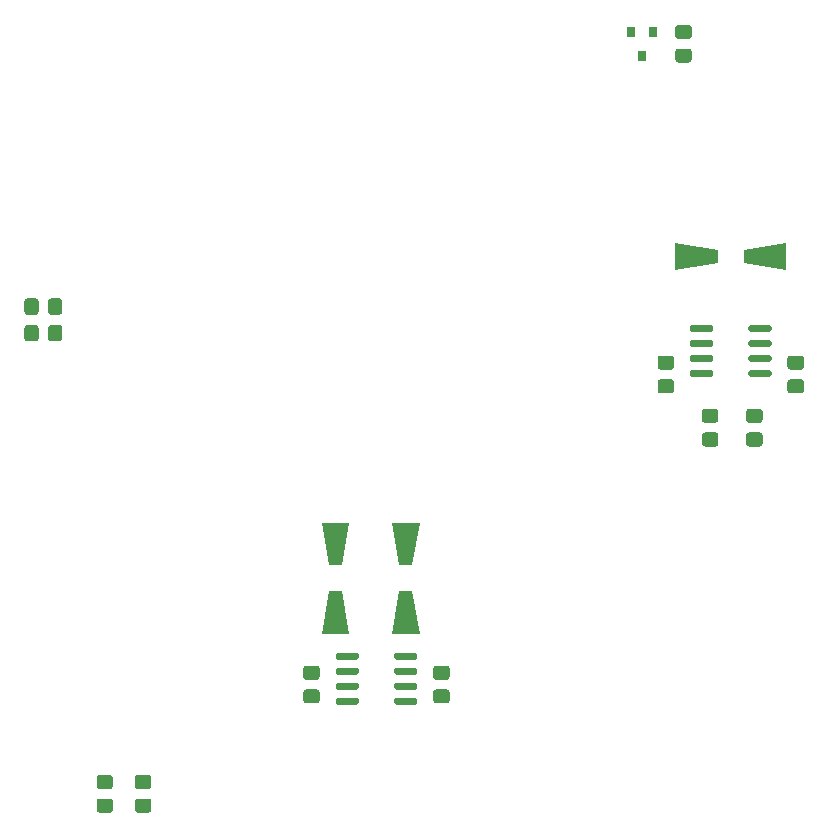
<source format=gtp>
G04 #@! TF.GenerationSoftware,KiCad,Pcbnew,(5.1.9)-1*
G04 #@! TF.CreationDate,2021-04-18T14:16:20+07:00*
G04 #@! TF.ProjectId,kicad-weight-scale-6-ch,6b696361-642d-4776-9569-6768742d7363,rev?*
G04 #@! TF.SameCoordinates,Original*
G04 #@! TF.FileFunction,Paste,Top*
G04 #@! TF.FilePolarity,Positive*
%FSLAX46Y46*%
G04 Gerber Fmt 4.6, Leading zero omitted, Abs format (unit mm)*
G04 Created by KiCad (PCBNEW (5.1.9)-1) date 2021-04-18 14:16:20*
%MOMM*%
%LPD*%
G01*
G04 APERTURE LIST*
%ADD10C,0.100000*%
%ADD11R,0.800000X0.900000*%
G04 APERTURE END LIST*
D10*
G36*
X140150000Y-122200000D02*
G01*
X137850000Y-122200000D01*
X138450000Y-118600000D01*
X139550000Y-118600000D01*
X140150000Y-122200000D01*
G37*
G36*
X137850000Y-112800000D02*
G01*
X140150000Y-112800000D01*
X139550000Y-116400000D01*
X138450000Y-116400000D01*
X137850000Y-112800000D01*
G37*
G36*
X134150000Y-122200000D02*
G01*
X131850000Y-122200000D01*
X132450000Y-118600000D01*
X133550000Y-118600000D01*
X134150000Y-122200000D01*
G37*
G36*
X131850000Y-112800000D02*
G01*
X134150000Y-112800000D01*
X133550000Y-116400000D01*
X132450000Y-116400000D01*
X131850000Y-112800000D01*
G37*
G36*
X171200000Y-89100000D02*
G01*
X171200000Y-91400000D01*
X167600000Y-90800000D01*
X167600000Y-89700000D01*
X171200000Y-89100000D01*
G37*
G36*
X161800000Y-91400000D02*
G01*
X161800000Y-89100000D01*
X165400000Y-89700000D01*
X165400000Y-90800000D01*
X161800000Y-91400000D01*
G37*
G36*
G01*
X165000000Y-100005000D02*
X165000000Y-100305000D01*
G75*
G02*
X164850000Y-100455000I-150000J0D01*
G01*
X163200000Y-100455000D01*
G75*
G02*
X163050000Y-100305000I0J150000D01*
G01*
X163050000Y-100005000D01*
G75*
G02*
X163200000Y-99855000I150000J0D01*
G01*
X164850000Y-99855000D01*
G75*
G02*
X165000000Y-100005000I0J-150000D01*
G01*
G37*
G36*
G01*
X165000000Y-98735000D02*
X165000000Y-99035000D01*
G75*
G02*
X164850000Y-99185000I-150000J0D01*
G01*
X163200000Y-99185000D01*
G75*
G02*
X163050000Y-99035000I0J150000D01*
G01*
X163050000Y-98735000D01*
G75*
G02*
X163200000Y-98585000I150000J0D01*
G01*
X164850000Y-98585000D01*
G75*
G02*
X165000000Y-98735000I0J-150000D01*
G01*
G37*
G36*
G01*
X165000000Y-97465000D02*
X165000000Y-97765000D01*
G75*
G02*
X164850000Y-97915000I-150000J0D01*
G01*
X163200000Y-97915000D01*
G75*
G02*
X163050000Y-97765000I0J150000D01*
G01*
X163050000Y-97465000D01*
G75*
G02*
X163200000Y-97315000I150000J0D01*
G01*
X164850000Y-97315000D01*
G75*
G02*
X165000000Y-97465000I0J-150000D01*
G01*
G37*
G36*
G01*
X165000000Y-96195000D02*
X165000000Y-96495000D01*
G75*
G02*
X164850000Y-96645000I-150000J0D01*
G01*
X163200000Y-96645000D01*
G75*
G02*
X163050000Y-96495000I0J150000D01*
G01*
X163050000Y-96195000D01*
G75*
G02*
X163200000Y-96045000I150000J0D01*
G01*
X164850000Y-96045000D01*
G75*
G02*
X165000000Y-96195000I0J-150000D01*
G01*
G37*
G36*
G01*
X169950000Y-96195000D02*
X169950000Y-96495000D01*
G75*
G02*
X169800000Y-96645000I-150000J0D01*
G01*
X168150000Y-96645000D01*
G75*
G02*
X168000000Y-96495000I0J150000D01*
G01*
X168000000Y-96195000D01*
G75*
G02*
X168150000Y-96045000I150000J0D01*
G01*
X169800000Y-96045000D01*
G75*
G02*
X169950000Y-96195000I0J-150000D01*
G01*
G37*
G36*
G01*
X169950000Y-97465000D02*
X169950000Y-97765000D01*
G75*
G02*
X169800000Y-97915000I-150000J0D01*
G01*
X168150000Y-97915000D01*
G75*
G02*
X168000000Y-97765000I0J150000D01*
G01*
X168000000Y-97465000D01*
G75*
G02*
X168150000Y-97315000I150000J0D01*
G01*
X169800000Y-97315000D01*
G75*
G02*
X169950000Y-97465000I0J-150000D01*
G01*
G37*
G36*
G01*
X169950000Y-98735000D02*
X169950000Y-99035000D01*
G75*
G02*
X169800000Y-99185000I-150000J0D01*
G01*
X168150000Y-99185000D01*
G75*
G02*
X168000000Y-99035000I0J150000D01*
G01*
X168000000Y-98735000D01*
G75*
G02*
X168150000Y-98585000I150000J0D01*
G01*
X169800000Y-98585000D01*
G75*
G02*
X169950000Y-98735000I0J-150000D01*
G01*
G37*
G36*
G01*
X169950000Y-100005000D02*
X169950000Y-100305000D01*
G75*
G02*
X169800000Y-100455000I-150000J0D01*
G01*
X168150000Y-100455000D01*
G75*
G02*
X168000000Y-100305000I0J150000D01*
G01*
X168000000Y-100005000D01*
G75*
G02*
X168150000Y-99855000I150000J0D01*
G01*
X169800000Y-99855000D01*
G75*
G02*
X169950000Y-100005000I0J-150000D01*
G01*
G37*
G36*
G01*
X138000000Y-124245000D02*
X138000000Y-123945000D01*
G75*
G02*
X138150000Y-123795000I150000J0D01*
G01*
X139800000Y-123795000D01*
G75*
G02*
X139950000Y-123945000I0J-150000D01*
G01*
X139950000Y-124245000D01*
G75*
G02*
X139800000Y-124395000I-150000J0D01*
G01*
X138150000Y-124395000D01*
G75*
G02*
X138000000Y-124245000I0J150000D01*
G01*
G37*
G36*
G01*
X138000000Y-125515000D02*
X138000000Y-125215000D01*
G75*
G02*
X138150000Y-125065000I150000J0D01*
G01*
X139800000Y-125065000D01*
G75*
G02*
X139950000Y-125215000I0J-150000D01*
G01*
X139950000Y-125515000D01*
G75*
G02*
X139800000Y-125665000I-150000J0D01*
G01*
X138150000Y-125665000D01*
G75*
G02*
X138000000Y-125515000I0J150000D01*
G01*
G37*
G36*
G01*
X138000000Y-126785000D02*
X138000000Y-126485000D01*
G75*
G02*
X138150000Y-126335000I150000J0D01*
G01*
X139800000Y-126335000D01*
G75*
G02*
X139950000Y-126485000I0J-150000D01*
G01*
X139950000Y-126785000D01*
G75*
G02*
X139800000Y-126935000I-150000J0D01*
G01*
X138150000Y-126935000D01*
G75*
G02*
X138000000Y-126785000I0J150000D01*
G01*
G37*
G36*
G01*
X138000000Y-128055000D02*
X138000000Y-127755000D01*
G75*
G02*
X138150000Y-127605000I150000J0D01*
G01*
X139800000Y-127605000D01*
G75*
G02*
X139950000Y-127755000I0J-150000D01*
G01*
X139950000Y-128055000D01*
G75*
G02*
X139800000Y-128205000I-150000J0D01*
G01*
X138150000Y-128205000D01*
G75*
G02*
X138000000Y-128055000I0J150000D01*
G01*
G37*
G36*
G01*
X133050000Y-128055000D02*
X133050000Y-127755000D01*
G75*
G02*
X133200000Y-127605000I150000J0D01*
G01*
X134850000Y-127605000D01*
G75*
G02*
X135000000Y-127755000I0J-150000D01*
G01*
X135000000Y-128055000D01*
G75*
G02*
X134850000Y-128205000I-150000J0D01*
G01*
X133200000Y-128205000D01*
G75*
G02*
X133050000Y-128055000I0J150000D01*
G01*
G37*
G36*
G01*
X133050000Y-126785000D02*
X133050000Y-126485000D01*
G75*
G02*
X133200000Y-126335000I150000J0D01*
G01*
X134850000Y-126335000D01*
G75*
G02*
X135000000Y-126485000I0J-150000D01*
G01*
X135000000Y-126785000D01*
G75*
G02*
X134850000Y-126935000I-150000J0D01*
G01*
X133200000Y-126935000D01*
G75*
G02*
X133050000Y-126785000I0J150000D01*
G01*
G37*
G36*
G01*
X133050000Y-125515000D02*
X133050000Y-125215000D01*
G75*
G02*
X133200000Y-125065000I150000J0D01*
G01*
X134850000Y-125065000D01*
G75*
G02*
X135000000Y-125215000I0J-150000D01*
G01*
X135000000Y-125515000D01*
G75*
G02*
X134850000Y-125665000I-150000J0D01*
G01*
X133200000Y-125665000D01*
G75*
G02*
X133050000Y-125515000I0J150000D01*
G01*
G37*
G36*
G01*
X133050000Y-124245000D02*
X133050000Y-123945000D01*
G75*
G02*
X133200000Y-123795000I150000J0D01*
G01*
X134850000Y-123795000D01*
G75*
G02*
X135000000Y-123945000I0J-150000D01*
G01*
X135000000Y-124245000D01*
G75*
G02*
X134850000Y-124395000I-150000J0D01*
G01*
X133200000Y-124395000D01*
G75*
G02*
X133050000Y-124245000I0J150000D01*
G01*
G37*
D11*
X159000000Y-73250000D03*
X158050000Y-71250000D03*
X159950000Y-71250000D03*
G36*
G01*
X107900000Y-94049999D02*
X107900000Y-94950001D01*
G75*
G02*
X107650001Y-95200000I-249999J0D01*
G01*
X106949999Y-95200000D01*
G75*
G02*
X106700000Y-94950001I0J249999D01*
G01*
X106700000Y-94049999D01*
G75*
G02*
X106949999Y-93800000I249999J0D01*
G01*
X107650001Y-93800000D01*
G75*
G02*
X107900000Y-94049999I0J-249999D01*
G01*
G37*
G36*
G01*
X109900000Y-94049999D02*
X109900000Y-94950001D01*
G75*
G02*
X109650001Y-95200000I-249999J0D01*
G01*
X108949999Y-95200000D01*
G75*
G02*
X108700000Y-94950001I0J249999D01*
G01*
X108700000Y-94049999D01*
G75*
G02*
X108949999Y-93800000I249999J0D01*
G01*
X109650001Y-93800000D01*
G75*
G02*
X109900000Y-94049999I0J-249999D01*
G01*
G37*
G36*
G01*
X161450001Y-99850000D02*
X160549999Y-99850000D01*
G75*
G02*
X160300000Y-99600001I0J249999D01*
G01*
X160300000Y-98899999D01*
G75*
G02*
X160549999Y-98650000I249999J0D01*
G01*
X161450001Y-98650000D01*
G75*
G02*
X161700000Y-98899999I0J-249999D01*
G01*
X161700000Y-99600001D01*
G75*
G02*
X161450001Y-99850000I-249999J0D01*
G01*
G37*
G36*
G01*
X161450001Y-101850000D02*
X160549999Y-101850000D01*
G75*
G02*
X160300000Y-101600001I0J249999D01*
G01*
X160300000Y-100899999D01*
G75*
G02*
X160549999Y-100650000I249999J0D01*
G01*
X161450001Y-100650000D01*
G75*
G02*
X161700000Y-100899999I0J-249999D01*
G01*
X161700000Y-101600001D01*
G75*
G02*
X161450001Y-101850000I-249999J0D01*
G01*
G37*
G36*
G01*
X107900000Y-96299999D02*
X107900000Y-97200001D01*
G75*
G02*
X107650001Y-97450000I-249999J0D01*
G01*
X106949999Y-97450000D01*
G75*
G02*
X106700000Y-97200001I0J249999D01*
G01*
X106700000Y-96299999D01*
G75*
G02*
X106949999Y-96050000I249999J0D01*
G01*
X107650001Y-96050000D01*
G75*
G02*
X107900000Y-96299999I0J-249999D01*
G01*
G37*
G36*
G01*
X109900000Y-96299999D02*
X109900000Y-97200001D01*
G75*
G02*
X109650001Y-97450000I-249999J0D01*
G01*
X108949999Y-97450000D01*
G75*
G02*
X108700000Y-97200001I0J249999D01*
G01*
X108700000Y-96299999D01*
G75*
G02*
X108949999Y-96050000I249999J0D01*
G01*
X109650001Y-96050000D01*
G75*
G02*
X109900000Y-96299999I0J-249999D01*
G01*
G37*
G36*
G01*
X117200001Y-135350000D02*
X116299999Y-135350000D01*
G75*
G02*
X116050000Y-135100001I0J249999D01*
G01*
X116050000Y-134399999D01*
G75*
G02*
X116299999Y-134150000I249999J0D01*
G01*
X117200001Y-134150000D01*
G75*
G02*
X117450000Y-134399999I0J-249999D01*
G01*
X117450000Y-135100001D01*
G75*
G02*
X117200001Y-135350000I-249999J0D01*
G01*
G37*
G36*
G01*
X117200001Y-137350000D02*
X116299999Y-137350000D01*
G75*
G02*
X116050000Y-137100001I0J249999D01*
G01*
X116050000Y-136399999D01*
G75*
G02*
X116299999Y-136150000I249999J0D01*
G01*
X117200001Y-136150000D01*
G75*
G02*
X117450000Y-136399999I0J-249999D01*
G01*
X117450000Y-137100001D01*
G75*
G02*
X117200001Y-137350000I-249999J0D01*
G01*
G37*
G36*
G01*
X131450001Y-126100000D02*
X130549999Y-126100000D01*
G75*
G02*
X130300000Y-125850001I0J249999D01*
G01*
X130300000Y-125149999D01*
G75*
G02*
X130549999Y-124900000I249999J0D01*
G01*
X131450001Y-124900000D01*
G75*
G02*
X131700000Y-125149999I0J-249999D01*
G01*
X131700000Y-125850001D01*
G75*
G02*
X131450001Y-126100000I-249999J0D01*
G01*
G37*
G36*
G01*
X131450001Y-128100000D02*
X130549999Y-128100000D01*
G75*
G02*
X130300000Y-127850001I0J249999D01*
G01*
X130300000Y-127149999D01*
G75*
G02*
X130549999Y-126900000I249999J0D01*
G01*
X131450001Y-126900000D01*
G75*
G02*
X131700000Y-127149999I0J-249999D01*
G01*
X131700000Y-127850001D01*
G75*
G02*
X131450001Y-128100000I-249999J0D01*
G01*
G37*
G36*
G01*
X142450001Y-126100000D02*
X141549999Y-126100000D01*
G75*
G02*
X141300000Y-125850001I0J249999D01*
G01*
X141300000Y-125149999D01*
G75*
G02*
X141549999Y-124900000I249999J0D01*
G01*
X142450001Y-124900000D01*
G75*
G02*
X142700000Y-125149999I0J-249999D01*
G01*
X142700000Y-125850001D01*
G75*
G02*
X142450001Y-126100000I-249999J0D01*
G01*
G37*
G36*
G01*
X142450001Y-128100000D02*
X141549999Y-128100000D01*
G75*
G02*
X141300000Y-127850001I0J249999D01*
G01*
X141300000Y-127149999D01*
G75*
G02*
X141549999Y-126900000I249999J0D01*
G01*
X142450001Y-126900000D01*
G75*
G02*
X142700000Y-127149999I0J-249999D01*
G01*
X142700000Y-127850001D01*
G75*
G02*
X142450001Y-128100000I-249999J0D01*
G01*
G37*
G36*
G01*
X171549999Y-100650000D02*
X172450001Y-100650000D01*
G75*
G02*
X172700000Y-100899999I0J-249999D01*
G01*
X172700000Y-101600001D01*
G75*
G02*
X172450001Y-101850000I-249999J0D01*
G01*
X171549999Y-101850000D01*
G75*
G02*
X171300000Y-101600001I0J249999D01*
G01*
X171300000Y-100899999D01*
G75*
G02*
X171549999Y-100650000I249999J0D01*
G01*
G37*
G36*
G01*
X171549999Y-98650000D02*
X172450001Y-98650000D01*
G75*
G02*
X172700000Y-98899999I0J-249999D01*
G01*
X172700000Y-99600001D01*
G75*
G02*
X172450001Y-99850000I-249999J0D01*
G01*
X171549999Y-99850000D01*
G75*
G02*
X171300000Y-99600001I0J249999D01*
G01*
X171300000Y-98899999D01*
G75*
G02*
X171549999Y-98650000I249999J0D01*
G01*
G37*
G36*
G01*
X113049999Y-136150000D02*
X113950001Y-136150000D01*
G75*
G02*
X114200000Y-136399999I0J-249999D01*
G01*
X114200000Y-137100001D01*
G75*
G02*
X113950001Y-137350000I-249999J0D01*
G01*
X113049999Y-137350000D01*
G75*
G02*
X112800000Y-137100001I0J249999D01*
G01*
X112800000Y-136399999D01*
G75*
G02*
X113049999Y-136150000I249999J0D01*
G01*
G37*
G36*
G01*
X113049999Y-134150000D02*
X113950001Y-134150000D01*
G75*
G02*
X114200000Y-134399999I0J-249999D01*
G01*
X114200000Y-135100001D01*
G75*
G02*
X113950001Y-135350000I-249999J0D01*
G01*
X113049999Y-135350000D01*
G75*
G02*
X112800000Y-135100001I0J249999D01*
G01*
X112800000Y-134399999D01*
G75*
G02*
X113049999Y-134150000I249999J0D01*
G01*
G37*
G36*
G01*
X164299999Y-105150000D02*
X165200001Y-105150000D01*
G75*
G02*
X165450000Y-105399999I0J-249999D01*
G01*
X165450000Y-106100001D01*
G75*
G02*
X165200001Y-106350000I-249999J0D01*
G01*
X164299999Y-106350000D01*
G75*
G02*
X164050000Y-106100001I0J249999D01*
G01*
X164050000Y-105399999D01*
G75*
G02*
X164299999Y-105150000I249999J0D01*
G01*
G37*
G36*
G01*
X164299999Y-103150000D02*
X165200001Y-103150000D01*
G75*
G02*
X165450000Y-103399999I0J-249999D01*
G01*
X165450000Y-104100001D01*
G75*
G02*
X165200001Y-104350000I-249999J0D01*
G01*
X164299999Y-104350000D01*
G75*
G02*
X164050000Y-104100001I0J249999D01*
G01*
X164050000Y-103399999D01*
G75*
G02*
X164299999Y-103150000I249999J0D01*
G01*
G37*
G36*
G01*
X168049999Y-105150000D02*
X168950001Y-105150000D01*
G75*
G02*
X169200000Y-105399999I0J-249999D01*
G01*
X169200000Y-106100001D01*
G75*
G02*
X168950001Y-106350000I-249999J0D01*
G01*
X168049999Y-106350000D01*
G75*
G02*
X167800000Y-106100001I0J249999D01*
G01*
X167800000Y-105399999D01*
G75*
G02*
X168049999Y-105150000I249999J0D01*
G01*
G37*
G36*
G01*
X168049999Y-103150000D02*
X168950001Y-103150000D01*
G75*
G02*
X169200000Y-103399999I0J-249999D01*
G01*
X169200000Y-104100001D01*
G75*
G02*
X168950001Y-104350000I-249999J0D01*
G01*
X168049999Y-104350000D01*
G75*
G02*
X167800000Y-104100001I0J249999D01*
G01*
X167800000Y-103399999D01*
G75*
G02*
X168049999Y-103150000I249999J0D01*
G01*
G37*
G36*
G01*
X162950001Y-71850000D02*
X162049999Y-71850000D01*
G75*
G02*
X161800000Y-71600001I0J249999D01*
G01*
X161800000Y-70899999D01*
G75*
G02*
X162049999Y-70650000I249999J0D01*
G01*
X162950001Y-70650000D01*
G75*
G02*
X163200000Y-70899999I0J-249999D01*
G01*
X163200000Y-71600001D01*
G75*
G02*
X162950001Y-71850000I-249999J0D01*
G01*
G37*
G36*
G01*
X162950001Y-73850000D02*
X162049999Y-73850000D01*
G75*
G02*
X161800000Y-73600001I0J249999D01*
G01*
X161800000Y-72899999D01*
G75*
G02*
X162049999Y-72650000I249999J0D01*
G01*
X162950001Y-72650000D01*
G75*
G02*
X163200000Y-72899999I0J-249999D01*
G01*
X163200000Y-73600001D01*
G75*
G02*
X162950001Y-73850000I-249999J0D01*
G01*
G37*
M02*

</source>
